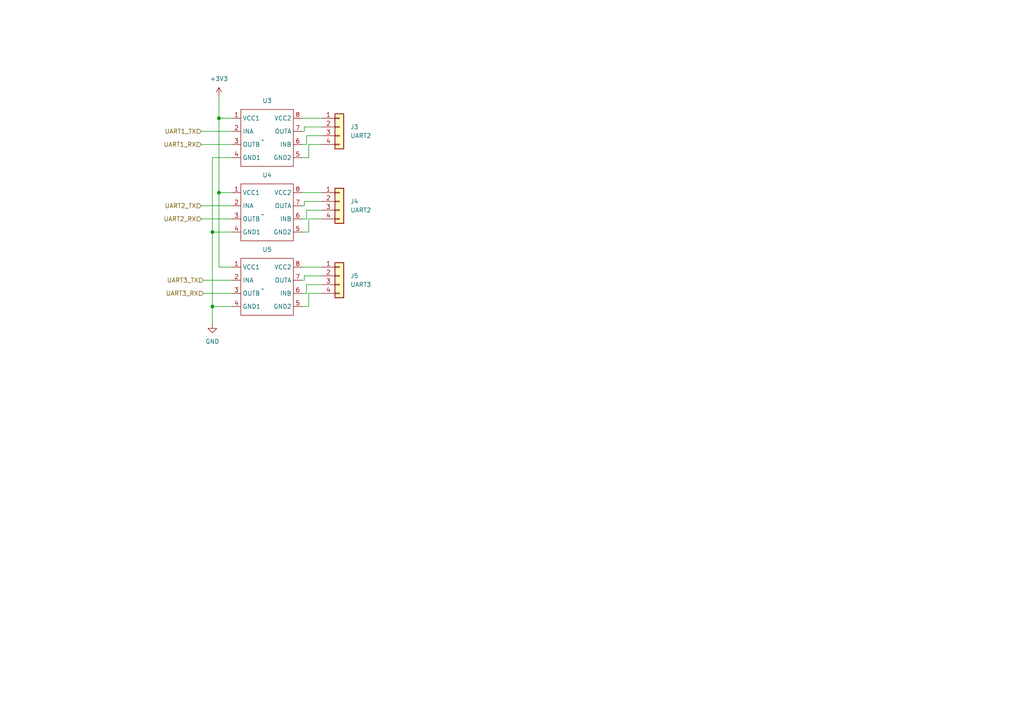
<source format=kicad_sch>
(kicad_sch (version 20230121) (generator eeschema)
  (paper "A4")
  (lib_symbols
    (symbol "Connector_Generic:Conn_01x04" (pin_names (offset 1.016) hide)
      (property "Reference" "J" (at 0 5.08 0))
      (property "Value" "Conn_01x04" (at 0 -7.62 0))
      (symbol "Conn_01x04_1_1"
        (rectangle (start -1.27 -4.953) (end 0 -5.207) (stroke (width 0.1524)))
        (rectangle (start -1.27 -2.413) (end 0 -2.667) (stroke (width 0.1524)))
        (rectangle (start -1.27 0.127) (end 0 -0.127) (stroke (width 0.1524)))
        (rectangle (start -1.27 2.667) (end 0 2.413) (stroke (width 0.1524)))
        (rectangle (start -1.27 3.81) (end 1.27 -6.35) (stroke (width 0.254)) (fill (type background)))
        (pin passive line (at -5.08 2.54 0) (length 3.81) (name "Pin_1") (number "1"))
        (pin passive line (at -5.08 0 0) (length 3.81) (name "Pin_2") (number "2"))
        (pin passive line (at -5.08 -2.54 0) (length 3.81) (name "Pin_3") (number "3"))
        (pin passive line (at -5.08 -5.08 0) (length 3.81) (name "Pin_4") (number "4"))
      )
    )
    (symbol "local:ISO6721RBDR"
      (property "Reference" "U" (at 0 0 0))
      (symbol "ISO6721RBDR_0_1"
        (rectangle (start -7.62 8.89) (end 7.62 -7.62))
      )
      (symbol "ISO6721RBDR_1_1"
        (pin power_in line (at -10.16 6.35 0) (length 2.54) (name "VCC1") (number "1"))
        (pin input line (at -10.16 2.54 0) (length 2.54) (name "INA") (number "2"))
        (pin output line (at -10.16 -1.27 0) (length 2.54) (name "OUTB") (number "3"))
        (pin power_in line (at -10.16 -5.08 0) (length 2.54) (name "GND1") (number "4"))
        (pin power_in line (at 10.16 -5.08 180) (length 2.54) (name "GND2") (number "5"))
        (pin input line (at 10.16 -1.27 180) (length 2.54) (name "INB") (number "6"))
        (pin output line (at 10.16 2.54 180) (length 2.54) (name "OUTA") (number "7"))
        (pin power_in line (at 10.16 6.35 180) (length 2.54) (name "VCC2") (number "8"))
      )
    )
    (symbol "power:+3V3" (power) (pin_names (offset 0))
      (property "Value" "+3V3" (at 0 3.556 0))
      (symbol "+3V3_0_1"
        (polyline (pts (xy -0.762 1.27) (xy 0 2.54)))
        (polyline (pts (xy 0 0) (xy 0 2.54)))
        (polyline (pts (xy 0 2.54) (xy 0.762 1.27)))
      )
      (symbol "+3V3_1_1"
        (pin power_in line (at 0 0 90) (length 0) hide (name "+3V3") (number "1"))
      )
    )
    (symbol "power:GND" (power) (pin_names (offset 0))
      (property "Value" "GND" (at 0 -3.81 0))
      (symbol "GND_0_1"
        (polyline (pts (xy 0 0) (xy 0 -1.27) (xy 1.27 -1.27) (xy 0 -2.54) (xy -1.27 -1.27) (xy 0 -1.27)))
      )
      (symbol "GND_1_1"
        (pin power_in line (at 0 0 270) (length 0) hide (name "GND") (number "1"))
      )
    )
  )
  (junction (at 63.5 55.88))
  (junction (at 61.595 88.9))
  (junction (at 61.595 67.31))
  (junction (at 63.5 34.29))
  (wire (pts (xy 58.42 38.1) (xy 67.31 38.1)))
  (wire (pts (xy 88.9 82.55) (xy 88.9 85.09)))
  (wire (pts (xy 93.345 41.91) (xy 89.535 41.91)))
  (wire (pts (xy 67.31 88.9) (xy 61.595 88.9)))
  (wire (pts (xy 88.9 63.5) (xy 87.63 63.5)))
  (wire (pts (xy 87.63 77.47) (xy 93.345 77.47)))
  (wire (pts (xy 61.595 88.9) (xy 61.595 93.98)))
  (wire (pts (xy 58.42 63.5) (xy 67.31 63.5)))
  (wire (pts (xy 93.345 39.37) (xy 88.9 39.37)))
  (wire (pts (xy 88.265 80.01) (xy 88.265 81.28)))
  (wire (pts (xy 87.63 38.1) (xy 88.265 38.1)))
  (wire (pts (xy 89.535 41.91) (xy 89.535 45.72)))
  (wire (pts (xy 63.5 34.29) (xy 67.31 34.29)))
  (wire (pts (xy 87.63 55.88) (xy 93.345 55.88)))
  (wire (pts (xy 63.5 27.94) (xy 63.5 34.29)))
  (wire (pts (xy 89.535 85.09) (xy 89.535 88.9)))
  (wire (pts (xy 87.63 34.29) (xy 93.345 34.29)))
  (wire (pts (xy 89.535 45.72) (xy 87.63 45.72)))
  (wire (pts (xy 88.265 58.42) (xy 88.265 59.69)))
  (wire (pts (xy 67.31 45.72) (xy 61.595 45.72)))
  (wire (pts (xy 89.535 63.5) (xy 89.535 67.31)))
  (wire (pts (xy 58.42 59.69) (xy 67.31 59.69)))
  (wire (pts (xy 93.345 80.01) (xy 88.265 80.01)))
  (wire (pts (xy 93.345 85.09) (xy 89.535 85.09)))
  (wire (pts (xy 88.9 85.09) (xy 87.63 85.09)))
  (wire (pts (xy 88.265 81.28) (xy 87.63 81.28)))
  (wire (pts (xy 88.9 39.37) (xy 88.9 41.91)))
  (wire (pts (xy 67.31 55.88) (xy 63.5 55.88)))
  (wire (pts (xy 88.9 41.91) (xy 87.63 41.91)))
  (wire (pts (xy 61.595 67.31) (xy 67.31 67.31)))
  (wire (pts (xy 58.42 41.91) (xy 67.31 41.91)))
  (wire (pts (xy 93.345 58.42) (xy 88.265 58.42)))
  (wire (pts (xy 88.265 59.69) (xy 87.63 59.69)))
  (wire (pts (xy 93.345 60.96) (xy 88.9 60.96)))
  (wire (pts (xy 88.265 36.83) (xy 88.265 38.1)))
  (wire (pts (xy 93.345 36.83) (xy 88.265 36.83)))
  (wire (pts (xy 89.535 67.31) (xy 87.63 67.31)))
  (wire (pts (xy 61.595 45.72) (xy 61.595 67.31)))
  (wire (pts (xy 63.5 55.88) (xy 63.5 77.47)))
  (wire (pts (xy 63.5 55.88) (xy 63.5 34.29)))
  (wire (pts (xy 93.345 63.5) (xy 89.535 63.5)))
  (wire (pts (xy 93.345 82.55) (xy 88.9 82.55)))
  (wire (pts (xy 89.535 88.9) (xy 87.63 88.9)))
  (wire (pts (xy 63.5 77.47) (xy 67.31 77.47)))
  (wire (pts (xy 88.9 60.96) (xy 88.9 63.5)))
  (wire (pts (xy 59.055 85.09) (xy 67.31 85.09)))
  (wire (pts (xy 59.055 81.28) (xy 67.31 81.28)))
  (wire (pts (xy 61.595 67.31) (xy 61.595 88.9)))
  (hierarchical_label "UART1_RX" (shape input) (at 58.42 41.91 180))
  (hierarchical_label "UART2_RX" (shape input) (at 58.42 63.5 180))
  (hierarchical_label "UART1_TX" (shape input) (at 58.42 38.1 180))
  (hierarchical_label "UART2_TX" (shape input) (at 58.42 59.69 180))
  (hierarchical_label "UART3_TX" (shape input) (at 59.055 81.28 180))
  (hierarchical_label "UART3_RX" (shape input) (at 59.055 85.09 180))
  (symbol (lib_id "power:GND") (at 61.595 93.98 0) (unit 1)
    (property "Reference" "#PWR017" (effects hide))
    (property "Value" "GND" (at 61.595 99.06 0))
  )
  (symbol (lib_id "local:ISO6721RBDR") (at 77.47 62.23 0) (unit 1)
    (property "Reference" "U4" (at 77.47 50.8 0))
    (property "Value" "~" (at 76.2 62.23 0))
    (property "Footprint" "Package_SO:SOIC-8_3.9x4.9mm_P1.27mm" (effects hide))
  )
  (symbol (lib_id "local:ISO6721RBDR") (at 77.47 83.82 0) (unit 1)
    (property "Reference" "U5" (at 77.47 72.39 0))
    (property "Value" "~" (at 76.2 83.82 0))
    (property "Footprint" "Package_SO:SOIC-8_3.9x4.9mm_P1.27mm" (effects hide))
  )
  (symbol (lib_id "power:+3V3") (at 63.5 27.94 0) (unit 1)
    (property "Reference" "#PWR016" (effects hide))
    (property "Value" "+3V3" (at 63.5 22.86 0))
  )
  (symbol (lib_id "Connector_Generic:Conn_01x04") (at 98.425 58.42 0) (unit 1)
    (property "Reference" "J4" (at 101.6 58.42 0) (effects (justify left)))
    (property "Value" "UART2" (at 101.6 60.96 0) (effects (justify left)))
    (property "Footprint" "Connector_JST:JST_PH_B4B-PH-K_1x04_P2.00mm_Vertical" (effects hide))
  )
  (symbol (lib_id "local:ISO6721RBDR") (at 77.47 40.64 0) (unit 1)
    (property "Reference" "U3" (at 77.47 29.21 0))
    (property "Value" "~" (at 76.2 40.64 0))
    (property "Footprint" "Package_SO:SOIC-8_3.9x4.9mm_P1.27mm" (effects hide))
  )
  (symbol (lib_id "Connector_Generic:Conn_01x04") (at 98.425 80.01 0) (unit 1)
    (property "Reference" "J5" (at 101.6 80.01 0) (effects (justify left)))
    (property "Value" "UART3" (at 101.6 82.55 0) (effects (justify left)))
    (property "Footprint" "Connector_JST:JST_PH_B4B-PH-K_1x04_P2.00mm_Vertical" (effects hide))
  )
  (symbol (lib_id "Connector_Generic:Conn_01x04") (at 98.425 36.83 0) (unit 1)
    (property "Reference" "J3" (at 101.6 36.83 0) (effects (justify left)))
    (property "Value" "UART2" (at 101.6 39.37 0) (effects (justify left)))
    (property "Footprint" "Connector_JST:JST_PH_B4B-PH-K_1x04_P2.00mm_Vertical" (effects hide))
  )
)
</source>
